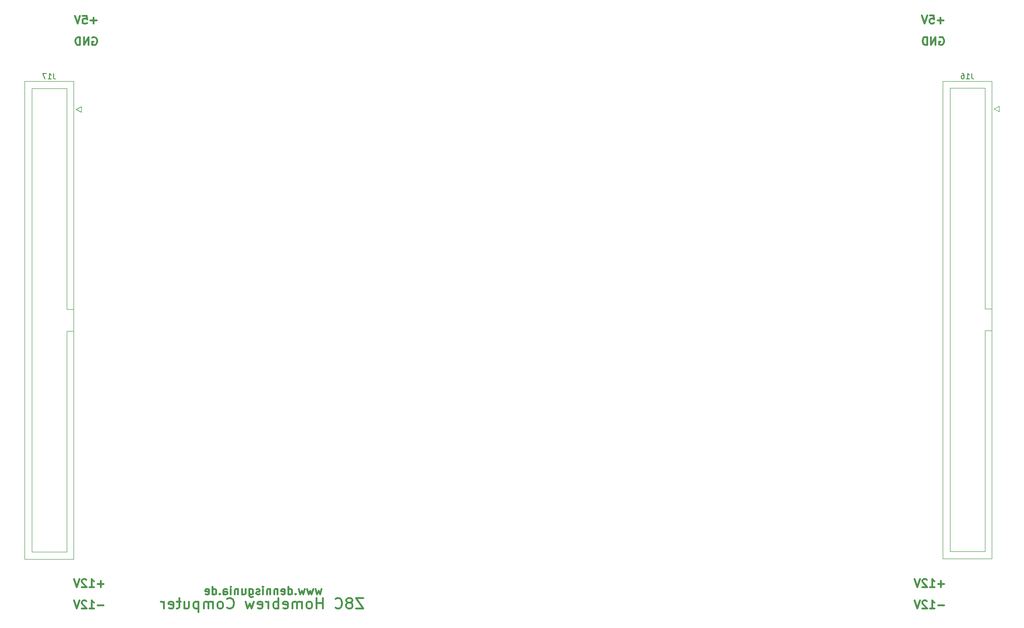
<source format=gbr>
%TF.GenerationSoftware,KiCad,Pcbnew,7.0.5*%
%TF.CreationDate,2023-12-07T16:06:55+01:00*%
%TF.ProjectId,Z80-Backplane,5a38302d-4261-4636-9b70-6c616e652e6b,rev?*%
%TF.SameCoordinates,Original*%
%TF.FileFunction,Legend,Bot*%
%TF.FilePolarity,Positive*%
%FSLAX46Y46*%
G04 Gerber Fmt 4.6, Leading zero omitted, Abs format (unit mm)*
G04 Created by KiCad (PCBNEW 7.0.5) date 2023-12-07 16:06:55*
%MOMM*%
%LPD*%
G01*
G04 APERTURE LIST*
%ADD10C,0.300000*%
%ADD11C,0.150000*%
%ADD12C,0.120000*%
G04 APERTURE END LIST*
D10*
X59742856Y-58449757D02*
X59885714Y-58378328D01*
X59885714Y-58378328D02*
X60099999Y-58378328D01*
X60099999Y-58378328D02*
X60314285Y-58449757D01*
X60314285Y-58449757D02*
X60457142Y-58592614D01*
X60457142Y-58592614D02*
X60528571Y-58735471D01*
X60528571Y-58735471D02*
X60599999Y-59021185D01*
X60599999Y-59021185D02*
X60599999Y-59235471D01*
X60599999Y-59235471D02*
X60528571Y-59521185D01*
X60528571Y-59521185D02*
X60457142Y-59664042D01*
X60457142Y-59664042D02*
X60314285Y-59806900D01*
X60314285Y-59806900D02*
X60099999Y-59878328D01*
X60099999Y-59878328D02*
X59957142Y-59878328D01*
X59957142Y-59878328D02*
X59742856Y-59806900D01*
X59742856Y-59806900D02*
X59671428Y-59735471D01*
X59671428Y-59735471D02*
X59671428Y-59235471D01*
X59671428Y-59235471D02*
X59957142Y-59235471D01*
X59028571Y-59878328D02*
X59028571Y-58378328D01*
X59028571Y-58378328D02*
X58171428Y-59878328D01*
X58171428Y-59878328D02*
X58171428Y-58378328D01*
X57457142Y-59878328D02*
X57457142Y-58378328D01*
X57457142Y-58378328D02*
X57099999Y-58378328D01*
X57099999Y-58378328D02*
X56885713Y-58449757D01*
X56885713Y-58449757D02*
X56742856Y-58592614D01*
X56742856Y-58592614D02*
X56671427Y-58735471D01*
X56671427Y-58735471D02*
X56599999Y-59021185D01*
X56599999Y-59021185D02*
X56599999Y-59235471D01*
X56599999Y-59235471D02*
X56671427Y-59521185D01*
X56671427Y-59521185D02*
X56742856Y-59664042D01*
X56742856Y-59664042D02*
X56885713Y-59806900D01*
X56885713Y-59806900D02*
X57099999Y-59878328D01*
X57099999Y-59878328D02*
X57457142Y-59878328D01*
X61842856Y-164506900D02*
X60699999Y-164506900D01*
X59199998Y-165078328D02*
X60057141Y-165078328D01*
X59628570Y-165078328D02*
X59628570Y-163578328D01*
X59628570Y-163578328D02*
X59771427Y-163792614D01*
X59771427Y-163792614D02*
X59914284Y-163935471D01*
X59914284Y-163935471D02*
X60057141Y-164006900D01*
X58628570Y-163721185D02*
X58557142Y-163649757D01*
X58557142Y-163649757D02*
X58414285Y-163578328D01*
X58414285Y-163578328D02*
X58057142Y-163578328D01*
X58057142Y-163578328D02*
X57914285Y-163649757D01*
X57914285Y-163649757D02*
X57842856Y-163721185D01*
X57842856Y-163721185D02*
X57771427Y-163864042D01*
X57771427Y-163864042D02*
X57771427Y-164006900D01*
X57771427Y-164006900D02*
X57842856Y-164221185D01*
X57842856Y-164221185D02*
X58699999Y-165078328D01*
X58699999Y-165078328D02*
X57771427Y-165078328D01*
X57342856Y-163578328D02*
X56842856Y-165078328D01*
X56842856Y-165078328D02*
X56342856Y-163578328D01*
X102492858Y-161478328D02*
X102207144Y-162478328D01*
X102207144Y-162478328D02*
X101921429Y-161764042D01*
X101921429Y-161764042D02*
X101635715Y-162478328D01*
X101635715Y-162478328D02*
X101350001Y-161478328D01*
X100921429Y-161478328D02*
X100635715Y-162478328D01*
X100635715Y-162478328D02*
X100350000Y-161764042D01*
X100350000Y-161764042D02*
X100064286Y-162478328D01*
X100064286Y-162478328D02*
X99778572Y-161478328D01*
X99350000Y-161478328D02*
X99064286Y-162478328D01*
X99064286Y-162478328D02*
X98778571Y-161764042D01*
X98778571Y-161764042D02*
X98492857Y-162478328D01*
X98492857Y-162478328D02*
X98207143Y-161478328D01*
X97635714Y-162335471D02*
X97564285Y-162406900D01*
X97564285Y-162406900D02*
X97635714Y-162478328D01*
X97635714Y-162478328D02*
X97707142Y-162406900D01*
X97707142Y-162406900D02*
X97635714Y-162335471D01*
X97635714Y-162335471D02*
X97635714Y-162478328D01*
X96278571Y-162478328D02*
X96278571Y-160978328D01*
X96278571Y-162406900D02*
X96421428Y-162478328D01*
X96421428Y-162478328D02*
X96707142Y-162478328D01*
X96707142Y-162478328D02*
X96849999Y-162406900D01*
X96849999Y-162406900D02*
X96921428Y-162335471D01*
X96921428Y-162335471D02*
X96992856Y-162192614D01*
X96992856Y-162192614D02*
X96992856Y-161764042D01*
X96992856Y-161764042D02*
X96921428Y-161621185D01*
X96921428Y-161621185D02*
X96849999Y-161549757D01*
X96849999Y-161549757D02*
X96707142Y-161478328D01*
X96707142Y-161478328D02*
X96421428Y-161478328D01*
X96421428Y-161478328D02*
X96278571Y-161549757D01*
X94992856Y-162406900D02*
X95135713Y-162478328D01*
X95135713Y-162478328D02*
X95421428Y-162478328D01*
X95421428Y-162478328D02*
X95564285Y-162406900D01*
X95564285Y-162406900D02*
X95635713Y-162264042D01*
X95635713Y-162264042D02*
X95635713Y-161692614D01*
X95635713Y-161692614D02*
X95564285Y-161549757D01*
X95564285Y-161549757D02*
X95421428Y-161478328D01*
X95421428Y-161478328D02*
X95135713Y-161478328D01*
X95135713Y-161478328D02*
X94992856Y-161549757D01*
X94992856Y-161549757D02*
X94921428Y-161692614D01*
X94921428Y-161692614D02*
X94921428Y-161835471D01*
X94921428Y-161835471D02*
X95635713Y-161978328D01*
X94278571Y-161478328D02*
X94278571Y-162478328D01*
X94278571Y-161621185D02*
X94207142Y-161549757D01*
X94207142Y-161549757D02*
X94064285Y-161478328D01*
X94064285Y-161478328D02*
X93849999Y-161478328D01*
X93849999Y-161478328D02*
X93707142Y-161549757D01*
X93707142Y-161549757D02*
X93635714Y-161692614D01*
X93635714Y-161692614D02*
X93635714Y-162478328D01*
X92921428Y-161478328D02*
X92921428Y-162478328D01*
X92921428Y-161621185D02*
X92849999Y-161549757D01*
X92849999Y-161549757D02*
X92707142Y-161478328D01*
X92707142Y-161478328D02*
X92492856Y-161478328D01*
X92492856Y-161478328D02*
X92349999Y-161549757D01*
X92349999Y-161549757D02*
X92278571Y-161692614D01*
X92278571Y-161692614D02*
X92278571Y-162478328D01*
X91564285Y-162478328D02*
X91564285Y-161478328D01*
X91564285Y-160978328D02*
X91635713Y-161049757D01*
X91635713Y-161049757D02*
X91564285Y-161121185D01*
X91564285Y-161121185D02*
X91492856Y-161049757D01*
X91492856Y-161049757D02*
X91564285Y-160978328D01*
X91564285Y-160978328D02*
X91564285Y-161121185D01*
X90921427Y-162406900D02*
X90778570Y-162478328D01*
X90778570Y-162478328D02*
X90492856Y-162478328D01*
X90492856Y-162478328D02*
X90349999Y-162406900D01*
X90349999Y-162406900D02*
X90278570Y-162264042D01*
X90278570Y-162264042D02*
X90278570Y-162192614D01*
X90278570Y-162192614D02*
X90349999Y-162049757D01*
X90349999Y-162049757D02*
X90492856Y-161978328D01*
X90492856Y-161978328D02*
X90707142Y-161978328D01*
X90707142Y-161978328D02*
X90849999Y-161906900D01*
X90849999Y-161906900D02*
X90921427Y-161764042D01*
X90921427Y-161764042D02*
X90921427Y-161692614D01*
X90921427Y-161692614D02*
X90849999Y-161549757D01*
X90849999Y-161549757D02*
X90707142Y-161478328D01*
X90707142Y-161478328D02*
X90492856Y-161478328D01*
X90492856Y-161478328D02*
X90349999Y-161549757D01*
X88992856Y-161478328D02*
X88992856Y-162692614D01*
X88992856Y-162692614D02*
X89064284Y-162835471D01*
X89064284Y-162835471D02*
X89135713Y-162906900D01*
X89135713Y-162906900D02*
X89278570Y-162978328D01*
X89278570Y-162978328D02*
X89492856Y-162978328D01*
X89492856Y-162978328D02*
X89635713Y-162906900D01*
X88992856Y-162406900D02*
X89135713Y-162478328D01*
X89135713Y-162478328D02*
X89421427Y-162478328D01*
X89421427Y-162478328D02*
X89564284Y-162406900D01*
X89564284Y-162406900D02*
X89635713Y-162335471D01*
X89635713Y-162335471D02*
X89707141Y-162192614D01*
X89707141Y-162192614D02*
X89707141Y-161764042D01*
X89707141Y-161764042D02*
X89635713Y-161621185D01*
X89635713Y-161621185D02*
X89564284Y-161549757D01*
X89564284Y-161549757D02*
X89421427Y-161478328D01*
X89421427Y-161478328D02*
X89135713Y-161478328D01*
X89135713Y-161478328D02*
X88992856Y-161549757D01*
X87635713Y-161478328D02*
X87635713Y-162478328D01*
X88278570Y-161478328D02*
X88278570Y-162264042D01*
X88278570Y-162264042D02*
X88207141Y-162406900D01*
X88207141Y-162406900D02*
X88064284Y-162478328D01*
X88064284Y-162478328D02*
X87849998Y-162478328D01*
X87849998Y-162478328D02*
X87707141Y-162406900D01*
X87707141Y-162406900D02*
X87635713Y-162335471D01*
X86921427Y-161478328D02*
X86921427Y-162478328D01*
X86921427Y-161621185D02*
X86849998Y-161549757D01*
X86849998Y-161549757D02*
X86707141Y-161478328D01*
X86707141Y-161478328D02*
X86492855Y-161478328D01*
X86492855Y-161478328D02*
X86349998Y-161549757D01*
X86349998Y-161549757D02*
X86278570Y-161692614D01*
X86278570Y-161692614D02*
X86278570Y-162478328D01*
X85564284Y-162478328D02*
X85564284Y-161478328D01*
X85564284Y-160978328D02*
X85635712Y-161049757D01*
X85635712Y-161049757D02*
X85564284Y-161121185D01*
X85564284Y-161121185D02*
X85492855Y-161049757D01*
X85492855Y-161049757D02*
X85564284Y-160978328D01*
X85564284Y-160978328D02*
X85564284Y-161121185D01*
X84207141Y-162478328D02*
X84207141Y-161692614D01*
X84207141Y-161692614D02*
X84278569Y-161549757D01*
X84278569Y-161549757D02*
X84421426Y-161478328D01*
X84421426Y-161478328D02*
X84707141Y-161478328D01*
X84707141Y-161478328D02*
X84849998Y-161549757D01*
X84207141Y-162406900D02*
X84349998Y-162478328D01*
X84349998Y-162478328D02*
X84707141Y-162478328D01*
X84707141Y-162478328D02*
X84849998Y-162406900D01*
X84849998Y-162406900D02*
X84921426Y-162264042D01*
X84921426Y-162264042D02*
X84921426Y-162121185D01*
X84921426Y-162121185D02*
X84849998Y-161978328D01*
X84849998Y-161978328D02*
X84707141Y-161906900D01*
X84707141Y-161906900D02*
X84349998Y-161906900D01*
X84349998Y-161906900D02*
X84207141Y-161835471D01*
X83492855Y-162335471D02*
X83421426Y-162406900D01*
X83421426Y-162406900D02*
X83492855Y-162478328D01*
X83492855Y-162478328D02*
X83564283Y-162406900D01*
X83564283Y-162406900D02*
X83492855Y-162335471D01*
X83492855Y-162335471D02*
X83492855Y-162478328D01*
X82135712Y-162478328D02*
X82135712Y-160978328D01*
X82135712Y-162406900D02*
X82278569Y-162478328D01*
X82278569Y-162478328D02*
X82564283Y-162478328D01*
X82564283Y-162478328D02*
X82707140Y-162406900D01*
X82707140Y-162406900D02*
X82778569Y-162335471D01*
X82778569Y-162335471D02*
X82849997Y-162192614D01*
X82849997Y-162192614D02*
X82849997Y-161764042D01*
X82849997Y-161764042D02*
X82778569Y-161621185D01*
X82778569Y-161621185D02*
X82707140Y-161549757D01*
X82707140Y-161549757D02*
X82564283Y-161478328D01*
X82564283Y-161478328D02*
X82278569Y-161478328D01*
X82278569Y-161478328D02*
X82135712Y-161549757D01*
X80849997Y-162406900D02*
X80992854Y-162478328D01*
X80992854Y-162478328D02*
X81278569Y-162478328D01*
X81278569Y-162478328D02*
X81421426Y-162406900D01*
X81421426Y-162406900D02*
X81492854Y-162264042D01*
X81492854Y-162264042D02*
X81492854Y-161692614D01*
X81492854Y-161692614D02*
X81421426Y-161549757D01*
X81421426Y-161549757D02*
X81278569Y-161478328D01*
X81278569Y-161478328D02*
X80992854Y-161478328D01*
X80992854Y-161478328D02*
X80849997Y-161549757D01*
X80849997Y-161549757D02*
X80778569Y-161692614D01*
X80778569Y-161692614D02*
X80778569Y-161835471D01*
X80778569Y-161835471D02*
X81492854Y-161978328D01*
X218542856Y-160488900D02*
X217399999Y-160488900D01*
X217971427Y-161060328D02*
X217971427Y-159917471D01*
X215899998Y-161060328D02*
X216757141Y-161060328D01*
X216328570Y-161060328D02*
X216328570Y-159560328D01*
X216328570Y-159560328D02*
X216471427Y-159774614D01*
X216471427Y-159774614D02*
X216614284Y-159917471D01*
X216614284Y-159917471D02*
X216757141Y-159988900D01*
X215328570Y-159703185D02*
X215257142Y-159631757D01*
X215257142Y-159631757D02*
X215114285Y-159560328D01*
X215114285Y-159560328D02*
X214757142Y-159560328D01*
X214757142Y-159560328D02*
X214614285Y-159631757D01*
X214614285Y-159631757D02*
X214542856Y-159703185D01*
X214542856Y-159703185D02*
X214471427Y-159846042D01*
X214471427Y-159846042D02*
X214471427Y-159988900D01*
X214471427Y-159988900D02*
X214542856Y-160203185D01*
X214542856Y-160203185D02*
X215399999Y-161060328D01*
X215399999Y-161060328D02*
X214471427Y-161060328D01*
X214042856Y-159560328D02*
X213542856Y-161060328D01*
X213542856Y-161060328D02*
X213042856Y-159560328D01*
X110209524Y-163109638D02*
X108876191Y-163109638D01*
X108876191Y-163109638D02*
X110209524Y-165109638D01*
X110209524Y-165109638D02*
X108876191Y-165109638D01*
X107828572Y-163966780D02*
X108019048Y-163871542D01*
X108019048Y-163871542D02*
X108114286Y-163776304D01*
X108114286Y-163776304D02*
X108209524Y-163585828D01*
X108209524Y-163585828D02*
X108209524Y-163490590D01*
X108209524Y-163490590D02*
X108114286Y-163300114D01*
X108114286Y-163300114D02*
X108019048Y-163204876D01*
X108019048Y-163204876D02*
X107828572Y-163109638D01*
X107828572Y-163109638D02*
X107447619Y-163109638D01*
X107447619Y-163109638D02*
X107257143Y-163204876D01*
X107257143Y-163204876D02*
X107161905Y-163300114D01*
X107161905Y-163300114D02*
X107066667Y-163490590D01*
X107066667Y-163490590D02*
X107066667Y-163585828D01*
X107066667Y-163585828D02*
X107161905Y-163776304D01*
X107161905Y-163776304D02*
X107257143Y-163871542D01*
X107257143Y-163871542D02*
X107447619Y-163966780D01*
X107447619Y-163966780D02*
X107828572Y-163966780D01*
X107828572Y-163966780D02*
X108019048Y-164062019D01*
X108019048Y-164062019D02*
X108114286Y-164157257D01*
X108114286Y-164157257D02*
X108209524Y-164347733D01*
X108209524Y-164347733D02*
X108209524Y-164728685D01*
X108209524Y-164728685D02*
X108114286Y-164919161D01*
X108114286Y-164919161D02*
X108019048Y-165014400D01*
X108019048Y-165014400D02*
X107828572Y-165109638D01*
X107828572Y-165109638D02*
X107447619Y-165109638D01*
X107447619Y-165109638D02*
X107257143Y-165014400D01*
X107257143Y-165014400D02*
X107161905Y-164919161D01*
X107161905Y-164919161D02*
X107066667Y-164728685D01*
X107066667Y-164728685D02*
X107066667Y-164347733D01*
X107066667Y-164347733D02*
X107161905Y-164157257D01*
X107161905Y-164157257D02*
X107257143Y-164062019D01*
X107257143Y-164062019D02*
X107447619Y-163966780D01*
X105066667Y-164919161D02*
X105161905Y-165014400D01*
X105161905Y-165014400D02*
X105447619Y-165109638D01*
X105447619Y-165109638D02*
X105638095Y-165109638D01*
X105638095Y-165109638D02*
X105923810Y-165014400D01*
X105923810Y-165014400D02*
X106114286Y-164823923D01*
X106114286Y-164823923D02*
X106209524Y-164633447D01*
X106209524Y-164633447D02*
X106304762Y-164252495D01*
X106304762Y-164252495D02*
X106304762Y-163966780D01*
X106304762Y-163966780D02*
X106209524Y-163585828D01*
X106209524Y-163585828D02*
X106114286Y-163395352D01*
X106114286Y-163395352D02*
X105923810Y-163204876D01*
X105923810Y-163204876D02*
X105638095Y-163109638D01*
X105638095Y-163109638D02*
X105447619Y-163109638D01*
X105447619Y-163109638D02*
X105161905Y-163204876D01*
X105161905Y-163204876D02*
X105066667Y-163300114D01*
X102685714Y-165109638D02*
X102685714Y-163109638D01*
X102685714Y-164062019D02*
X101542857Y-164062019D01*
X101542857Y-165109638D02*
X101542857Y-163109638D01*
X100304762Y-165109638D02*
X100495238Y-165014400D01*
X100495238Y-165014400D02*
X100590476Y-164919161D01*
X100590476Y-164919161D02*
X100685714Y-164728685D01*
X100685714Y-164728685D02*
X100685714Y-164157257D01*
X100685714Y-164157257D02*
X100590476Y-163966780D01*
X100590476Y-163966780D02*
X100495238Y-163871542D01*
X100495238Y-163871542D02*
X100304762Y-163776304D01*
X100304762Y-163776304D02*
X100019047Y-163776304D01*
X100019047Y-163776304D02*
X99828571Y-163871542D01*
X99828571Y-163871542D02*
X99733333Y-163966780D01*
X99733333Y-163966780D02*
X99638095Y-164157257D01*
X99638095Y-164157257D02*
X99638095Y-164728685D01*
X99638095Y-164728685D02*
X99733333Y-164919161D01*
X99733333Y-164919161D02*
X99828571Y-165014400D01*
X99828571Y-165014400D02*
X100019047Y-165109638D01*
X100019047Y-165109638D02*
X100304762Y-165109638D01*
X98780952Y-165109638D02*
X98780952Y-163776304D01*
X98780952Y-163966780D02*
X98685714Y-163871542D01*
X98685714Y-163871542D02*
X98495238Y-163776304D01*
X98495238Y-163776304D02*
X98209523Y-163776304D01*
X98209523Y-163776304D02*
X98019047Y-163871542D01*
X98019047Y-163871542D02*
X97923809Y-164062019D01*
X97923809Y-164062019D02*
X97923809Y-165109638D01*
X97923809Y-164062019D02*
X97828571Y-163871542D01*
X97828571Y-163871542D02*
X97638095Y-163776304D01*
X97638095Y-163776304D02*
X97352381Y-163776304D01*
X97352381Y-163776304D02*
X97161904Y-163871542D01*
X97161904Y-163871542D02*
X97066666Y-164062019D01*
X97066666Y-164062019D02*
X97066666Y-165109638D01*
X95352380Y-165014400D02*
X95542856Y-165109638D01*
X95542856Y-165109638D02*
X95923809Y-165109638D01*
X95923809Y-165109638D02*
X96114285Y-165014400D01*
X96114285Y-165014400D02*
X96209523Y-164823923D01*
X96209523Y-164823923D02*
X96209523Y-164062019D01*
X96209523Y-164062019D02*
X96114285Y-163871542D01*
X96114285Y-163871542D02*
X95923809Y-163776304D01*
X95923809Y-163776304D02*
X95542856Y-163776304D01*
X95542856Y-163776304D02*
X95352380Y-163871542D01*
X95352380Y-163871542D02*
X95257142Y-164062019D01*
X95257142Y-164062019D02*
X95257142Y-164252495D01*
X95257142Y-164252495D02*
X96209523Y-164442971D01*
X94399999Y-165109638D02*
X94399999Y-163109638D01*
X94399999Y-163871542D02*
X94209523Y-163776304D01*
X94209523Y-163776304D02*
X93828570Y-163776304D01*
X93828570Y-163776304D02*
X93638094Y-163871542D01*
X93638094Y-163871542D02*
X93542856Y-163966780D01*
X93542856Y-163966780D02*
X93447618Y-164157257D01*
X93447618Y-164157257D02*
X93447618Y-164728685D01*
X93447618Y-164728685D02*
X93542856Y-164919161D01*
X93542856Y-164919161D02*
X93638094Y-165014400D01*
X93638094Y-165014400D02*
X93828570Y-165109638D01*
X93828570Y-165109638D02*
X94209523Y-165109638D01*
X94209523Y-165109638D02*
X94399999Y-165014400D01*
X92590475Y-165109638D02*
X92590475Y-163776304D01*
X92590475Y-164157257D02*
X92495237Y-163966780D01*
X92495237Y-163966780D02*
X92399999Y-163871542D01*
X92399999Y-163871542D02*
X92209523Y-163776304D01*
X92209523Y-163776304D02*
X92019046Y-163776304D01*
X90590475Y-165014400D02*
X90780951Y-165109638D01*
X90780951Y-165109638D02*
X91161904Y-165109638D01*
X91161904Y-165109638D02*
X91352380Y-165014400D01*
X91352380Y-165014400D02*
X91447618Y-164823923D01*
X91447618Y-164823923D02*
X91447618Y-164062019D01*
X91447618Y-164062019D02*
X91352380Y-163871542D01*
X91352380Y-163871542D02*
X91161904Y-163776304D01*
X91161904Y-163776304D02*
X90780951Y-163776304D01*
X90780951Y-163776304D02*
X90590475Y-163871542D01*
X90590475Y-163871542D02*
X90495237Y-164062019D01*
X90495237Y-164062019D02*
X90495237Y-164252495D01*
X90495237Y-164252495D02*
X91447618Y-164442971D01*
X89828570Y-163776304D02*
X89447618Y-165109638D01*
X89447618Y-165109638D02*
X89066665Y-164157257D01*
X89066665Y-164157257D02*
X88685713Y-165109638D01*
X88685713Y-165109638D02*
X88304761Y-163776304D01*
X84876189Y-164919161D02*
X84971427Y-165014400D01*
X84971427Y-165014400D02*
X85257141Y-165109638D01*
X85257141Y-165109638D02*
X85447617Y-165109638D01*
X85447617Y-165109638D02*
X85733332Y-165014400D01*
X85733332Y-165014400D02*
X85923808Y-164823923D01*
X85923808Y-164823923D02*
X86019046Y-164633447D01*
X86019046Y-164633447D02*
X86114284Y-164252495D01*
X86114284Y-164252495D02*
X86114284Y-163966780D01*
X86114284Y-163966780D02*
X86019046Y-163585828D01*
X86019046Y-163585828D02*
X85923808Y-163395352D01*
X85923808Y-163395352D02*
X85733332Y-163204876D01*
X85733332Y-163204876D02*
X85447617Y-163109638D01*
X85447617Y-163109638D02*
X85257141Y-163109638D01*
X85257141Y-163109638D02*
X84971427Y-163204876D01*
X84971427Y-163204876D02*
X84876189Y-163300114D01*
X83733332Y-165109638D02*
X83923808Y-165014400D01*
X83923808Y-165014400D02*
X84019046Y-164919161D01*
X84019046Y-164919161D02*
X84114284Y-164728685D01*
X84114284Y-164728685D02*
X84114284Y-164157257D01*
X84114284Y-164157257D02*
X84019046Y-163966780D01*
X84019046Y-163966780D02*
X83923808Y-163871542D01*
X83923808Y-163871542D02*
X83733332Y-163776304D01*
X83733332Y-163776304D02*
X83447617Y-163776304D01*
X83447617Y-163776304D02*
X83257141Y-163871542D01*
X83257141Y-163871542D02*
X83161903Y-163966780D01*
X83161903Y-163966780D02*
X83066665Y-164157257D01*
X83066665Y-164157257D02*
X83066665Y-164728685D01*
X83066665Y-164728685D02*
X83161903Y-164919161D01*
X83161903Y-164919161D02*
X83257141Y-165014400D01*
X83257141Y-165014400D02*
X83447617Y-165109638D01*
X83447617Y-165109638D02*
X83733332Y-165109638D01*
X82209522Y-165109638D02*
X82209522Y-163776304D01*
X82209522Y-163966780D02*
X82114284Y-163871542D01*
X82114284Y-163871542D02*
X81923808Y-163776304D01*
X81923808Y-163776304D02*
X81638093Y-163776304D01*
X81638093Y-163776304D02*
X81447617Y-163871542D01*
X81447617Y-163871542D02*
X81352379Y-164062019D01*
X81352379Y-164062019D02*
X81352379Y-165109638D01*
X81352379Y-164062019D02*
X81257141Y-163871542D01*
X81257141Y-163871542D02*
X81066665Y-163776304D01*
X81066665Y-163776304D02*
X80780951Y-163776304D01*
X80780951Y-163776304D02*
X80590474Y-163871542D01*
X80590474Y-163871542D02*
X80495236Y-164062019D01*
X80495236Y-164062019D02*
X80495236Y-165109638D01*
X79542855Y-163776304D02*
X79542855Y-165776304D01*
X79542855Y-163871542D02*
X79352379Y-163776304D01*
X79352379Y-163776304D02*
X78971426Y-163776304D01*
X78971426Y-163776304D02*
X78780950Y-163871542D01*
X78780950Y-163871542D02*
X78685712Y-163966780D01*
X78685712Y-163966780D02*
X78590474Y-164157257D01*
X78590474Y-164157257D02*
X78590474Y-164728685D01*
X78590474Y-164728685D02*
X78685712Y-164919161D01*
X78685712Y-164919161D02*
X78780950Y-165014400D01*
X78780950Y-165014400D02*
X78971426Y-165109638D01*
X78971426Y-165109638D02*
X79352379Y-165109638D01*
X79352379Y-165109638D02*
X79542855Y-165014400D01*
X76876188Y-163776304D02*
X76876188Y-165109638D01*
X77733331Y-163776304D02*
X77733331Y-164823923D01*
X77733331Y-164823923D02*
X77638093Y-165014400D01*
X77638093Y-165014400D02*
X77447617Y-165109638D01*
X77447617Y-165109638D02*
X77161902Y-165109638D01*
X77161902Y-165109638D02*
X76971426Y-165014400D01*
X76971426Y-165014400D02*
X76876188Y-164919161D01*
X76209521Y-163776304D02*
X75447617Y-163776304D01*
X75923807Y-163109638D02*
X75923807Y-164823923D01*
X75923807Y-164823923D02*
X75828569Y-165014400D01*
X75828569Y-165014400D02*
X75638093Y-165109638D01*
X75638093Y-165109638D02*
X75447617Y-165109638D01*
X74019045Y-165014400D02*
X74209521Y-165109638D01*
X74209521Y-165109638D02*
X74590474Y-165109638D01*
X74590474Y-165109638D02*
X74780950Y-165014400D01*
X74780950Y-165014400D02*
X74876188Y-164823923D01*
X74876188Y-164823923D02*
X74876188Y-164062019D01*
X74876188Y-164062019D02*
X74780950Y-163871542D01*
X74780950Y-163871542D02*
X74590474Y-163776304D01*
X74590474Y-163776304D02*
X74209521Y-163776304D01*
X74209521Y-163776304D02*
X74019045Y-163871542D01*
X74019045Y-163871542D02*
X73923807Y-164062019D01*
X73923807Y-164062019D02*
X73923807Y-164252495D01*
X73923807Y-164252495D02*
X74876188Y-164442971D01*
X73066664Y-165109638D02*
X73066664Y-163776304D01*
X73066664Y-164157257D02*
X72971426Y-163966780D01*
X72971426Y-163966780D02*
X72876188Y-163871542D01*
X72876188Y-163871542D02*
X72685712Y-163776304D01*
X72685712Y-163776304D02*
X72495235Y-163776304D01*
X218463571Y-55288900D02*
X217320714Y-55288900D01*
X217892142Y-55860328D02*
X217892142Y-54717471D01*
X215892142Y-54360328D02*
X216606428Y-54360328D01*
X216606428Y-54360328D02*
X216677856Y-55074614D01*
X216677856Y-55074614D02*
X216606428Y-55003185D01*
X216606428Y-55003185D02*
X216463571Y-54931757D01*
X216463571Y-54931757D02*
X216106428Y-54931757D01*
X216106428Y-54931757D02*
X215963571Y-55003185D01*
X215963571Y-55003185D02*
X215892142Y-55074614D01*
X215892142Y-55074614D02*
X215820713Y-55217471D01*
X215820713Y-55217471D02*
X215820713Y-55574614D01*
X215820713Y-55574614D02*
X215892142Y-55717471D01*
X215892142Y-55717471D02*
X215963571Y-55788900D01*
X215963571Y-55788900D02*
X216106428Y-55860328D01*
X216106428Y-55860328D02*
X216463571Y-55860328D01*
X216463571Y-55860328D02*
X216606428Y-55788900D01*
X216606428Y-55788900D02*
X216677856Y-55717471D01*
X215392142Y-54360328D02*
X214892142Y-55860328D01*
X214892142Y-55860328D02*
X214392142Y-54360328D01*
X60528571Y-55306900D02*
X59385714Y-55306900D01*
X59957142Y-55878328D02*
X59957142Y-54735471D01*
X57957142Y-54378328D02*
X58671428Y-54378328D01*
X58671428Y-54378328D02*
X58742856Y-55092614D01*
X58742856Y-55092614D02*
X58671428Y-55021185D01*
X58671428Y-55021185D02*
X58528571Y-54949757D01*
X58528571Y-54949757D02*
X58171428Y-54949757D01*
X58171428Y-54949757D02*
X58028571Y-55021185D01*
X58028571Y-55021185D02*
X57957142Y-55092614D01*
X57957142Y-55092614D02*
X57885713Y-55235471D01*
X57885713Y-55235471D02*
X57885713Y-55592614D01*
X57885713Y-55592614D02*
X57957142Y-55735471D01*
X57957142Y-55735471D02*
X58028571Y-55806900D01*
X58028571Y-55806900D02*
X58171428Y-55878328D01*
X58171428Y-55878328D02*
X58528571Y-55878328D01*
X58528571Y-55878328D02*
X58671428Y-55806900D01*
X58671428Y-55806900D02*
X58742856Y-55735471D01*
X57457142Y-54378328D02*
X56957142Y-55878328D01*
X56957142Y-55878328D02*
X56457142Y-54378328D01*
X61842856Y-160506900D02*
X60699999Y-160506900D01*
X61271427Y-161078328D02*
X61271427Y-159935471D01*
X59199998Y-161078328D02*
X60057141Y-161078328D01*
X59628570Y-161078328D02*
X59628570Y-159578328D01*
X59628570Y-159578328D02*
X59771427Y-159792614D01*
X59771427Y-159792614D02*
X59914284Y-159935471D01*
X59914284Y-159935471D02*
X60057141Y-160006900D01*
X58628570Y-159721185D02*
X58557142Y-159649757D01*
X58557142Y-159649757D02*
X58414285Y-159578328D01*
X58414285Y-159578328D02*
X58057142Y-159578328D01*
X58057142Y-159578328D02*
X57914285Y-159649757D01*
X57914285Y-159649757D02*
X57842856Y-159721185D01*
X57842856Y-159721185D02*
X57771427Y-159864042D01*
X57771427Y-159864042D02*
X57771427Y-160006900D01*
X57771427Y-160006900D02*
X57842856Y-160221185D01*
X57842856Y-160221185D02*
X58699999Y-161078328D01*
X58699999Y-161078328D02*
X57771427Y-161078328D01*
X57342856Y-159578328D02*
X56842856Y-161078328D01*
X56842856Y-161078328D02*
X56342856Y-159578328D01*
X217677856Y-58431757D02*
X217820714Y-58360328D01*
X217820714Y-58360328D02*
X218034999Y-58360328D01*
X218034999Y-58360328D02*
X218249285Y-58431757D01*
X218249285Y-58431757D02*
X218392142Y-58574614D01*
X218392142Y-58574614D02*
X218463571Y-58717471D01*
X218463571Y-58717471D02*
X218534999Y-59003185D01*
X218534999Y-59003185D02*
X218534999Y-59217471D01*
X218534999Y-59217471D02*
X218463571Y-59503185D01*
X218463571Y-59503185D02*
X218392142Y-59646042D01*
X218392142Y-59646042D02*
X218249285Y-59788900D01*
X218249285Y-59788900D02*
X218034999Y-59860328D01*
X218034999Y-59860328D02*
X217892142Y-59860328D01*
X217892142Y-59860328D02*
X217677856Y-59788900D01*
X217677856Y-59788900D02*
X217606428Y-59717471D01*
X217606428Y-59717471D02*
X217606428Y-59217471D01*
X217606428Y-59217471D02*
X217892142Y-59217471D01*
X216963571Y-59860328D02*
X216963571Y-58360328D01*
X216963571Y-58360328D02*
X216106428Y-59860328D01*
X216106428Y-59860328D02*
X216106428Y-58360328D01*
X215392142Y-59860328D02*
X215392142Y-58360328D01*
X215392142Y-58360328D02*
X215034999Y-58360328D01*
X215034999Y-58360328D02*
X214820713Y-58431757D01*
X214820713Y-58431757D02*
X214677856Y-58574614D01*
X214677856Y-58574614D02*
X214606427Y-58717471D01*
X214606427Y-58717471D02*
X214534999Y-59003185D01*
X214534999Y-59003185D02*
X214534999Y-59217471D01*
X214534999Y-59217471D02*
X214606427Y-59503185D01*
X214606427Y-59503185D02*
X214677856Y-59646042D01*
X214677856Y-59646042D02*
X214820713Y-59788900D01*
X214820713Y-59788900D02*
X215034999Y-59860328D01*
X215034999Y-59860328D02*
X215392142Y-59860328D01*
X218542856Y-164488900D02*
X217399999Y-164488900D01*
X215899998Y-165060328D02*
X216757141Y-165060328D01*
X216328570Y-165060328D02*
X216328570Y-163560328D01*
X216328570Y-163560328D02*
X216471427Y-163774614D01*
X216471427Y-163774614D02*
X216614284Y-163917471D01*
X216614284Y-163917471D02*
X216757141Y-163988900D01*
X215328570Y-163703185D02*
X215257142Y-163631757D01*
X215257142Y-163631757D02*
X215114285Y-163560328D01*
X215114285Y-163560328D02*
X214757142Y-163560328D01*
X214757142Y-163560328D02*
X214614285Y-163631757D01*
X214614285Y-163631757D02*
X214542856Y-163703185D01*
X214542856Y-163703185D02*
X214471427Y-163846042D01*
X214471427Y-163846042D02*
X214471427Y-163988900D01*
X214471427Y-163988900D02*
X214542856Y-164203185D01*
X214542856Y-164203185D02*
X215399999Y-165060328D01*
X215399999Y-165060328D02*
X214471427Y-165060328D01*
X214042856Y-163560328D02*
X213542856Y-165060328D01*
X213542856Y-165060328D02*
X213042856Y-163560328D01*
D11*
%TO.C,J17*%
X52489523Y-65214819D02*
X52489523Y-65929104D01*
X52489523Y-65929104D02*
X52537142Y-66071961D01*
X52537142Y-66071961D02*
X52632380Y-66167200D01*
X52632380Y-66167200D02*
X52775237Y-66214819D01*
X52775237Y-66214819D02*
X52870475Y-66214819D01*
X51489523Y-66214819D02*
X52060951Y-66214819D01*
X51775237Y-66214819D02*
X51775237Y-65214819D01*
X51775237Y-65214819D02*
X51870475Y-65357676D01*
X51870475Y-65357676D02*
X51965713Y-65452914D01*
X51965713Y-65452914D02*
X52060951Y-65500533D01*
X51156189Y-65214819D02*
X50489523Y-65214819D01*
X50489523Y-65214819D02*
X50918094Y-66214819D01*
%TO.C,J16*%
X223679523Y-65154819D02*
X223679523Y-65869104D01*
X223679523Y-65869104D02*
X223727142Y-66011961D01*
X223727142Y-66011961D02*
X223822380Y-66107200D01*
X223822380Y-66107200D02*
X223965237Y-66154819D01*
X223965237Y-66154819D02*
X224060475Y-66154819D01*
X222679523Y-66154819D02*
X223250951Y-66154819D01*
X222965237Y-66154819D02*
X222965237Y-65154819D01*
X222965237Y-65154819D02*
X223060475Y-65297676D01*
X223060475Y-65297676D02*
X223155713Y-65392914D01*
X223155713Y-65392914D02*
X223250951Y-65440533D01*
X221822380Y-65154819D02*
X222012856Y-65154819D01*
X222012856Y-65154819D02*
X222108094Y-65202438D01*
X222108094Y-65202438D02*
X222155713Y-65250057D01*
X222155713Y-65250057D02*
X222250951Y-65392914D01*
X222250951Y-65392914D02*
X222298570Y-65583390D01*
X222298570Y-65583390D02*
X222298570Y-65964342D01*
X222298570Y-65964342D02*
X222250951Y-66059580D01*
X222250951Y-66059580D02*
X222203332Y-66107200D01*
X222203332Y-66107200D02*
X222108094Y-66154819D01*
X222108094Y-66154819D02*
X221917618Y-66154819D01*
X221917618Y-66154819D02*
X221822380Y-66107200D01*
X221822380Y-66107200D02*
X221774761Y-66059580D01*
X221774761Y-66059580D02*
X221727142Y-65964342D01*
X221727142Y-65964342D02*
X221727142Y-65726247D01*
X221727142Y-65726247D02*
X221774761Y-65631009D01*
X221774761Y-65631009D02*
X221822380Y-65583390D01*
X221822380Y-65583390D02*
X221917618Y-65535771D01*
X221917618Y-65535771D02*
X222108094Y-65535771D01*
X222108094Y-65535771D02*
X222203332Y-65583390D01*
X222203332Y-65583390D02*
X222250951Y-65631009D01*
X222250951Y-65631009D02*
X222298570Y-65726247D01*
D12*
%TO.C,J17*%
X57630000Y-72360000D02*
X56630000Y-71860000D01*
X57630000Y-71360000D02*
X57630000Y-72360000D01*
X56630000Y-71860000D02*
X57630000Y-71360000D01*
X56240000Y-155810000D02*
X56240000Y-66650000D01*
X56240000Y-109180000D02*
X54930000Y-109180000D01*
X56240000Y-66650000D02*
X47120000Y-66650000D01*
X54930000Y-154510000D02*
X54930000Y-113280000D01*
X54930000Y-113280000D02*
X56240000Y-113280000D01*
X54930000Y-113280000D02*
X54930000Y-113280000D01*
X54930000Y-109180000D02*
X54930000Y-67950000D01*
X54930000Y-67950000D02*
X48430000Y-67950000D01*
X48430000Y-154510000D02*
X54930000Y-154510000D01*
X48430000Y-67950000D02*
X48430000Y-154510000D01*
X47120000Y-155810000D02*
X56240000Y-155810000D01*
X47120000Y-66650000D02*
X47120000Y-155810000D01*
%TO.C,J16*%
X228820000Y-72300000D02*
X227820000Y-71800000D01*
X228820000Y-71300000D02*
X228820000Y-72300000D01*
X227820000Y-71800000D02*
X228820000Y-71300000D01*
X227430000Y-155750000D02*
X227430000Y-66590000D01*
X227430000Y-109120000D02*
X226120000Y-109120000D01*
X227430000Y-66590000D02*
X218310000Y-66590000D01*
X226120000Y-154450000D02*
X226120000Y-113220000D01*
X226120000Y-113220000D02*
X227430000Y-113220000D01*
X226120000Y-113220000D02*
X226120000Y-113220000D01*
X226120000Y-109120000D02*
X226120000Y-67890000D01*
X226120000Y-67890000D02*
X219620000Y-67890000D01*
X219620000Y-154450000D02*
X226120000Y-154450000D01*
X219620000Y-67890000D02*
X219620000Y-154450000D01*
X218310000Y-155750000D02*
X227430000Y-155750000D01*
X218310000Y-66590000D02*
X218310000Y-155750000D01*
%TD*%
M02*

</source>
